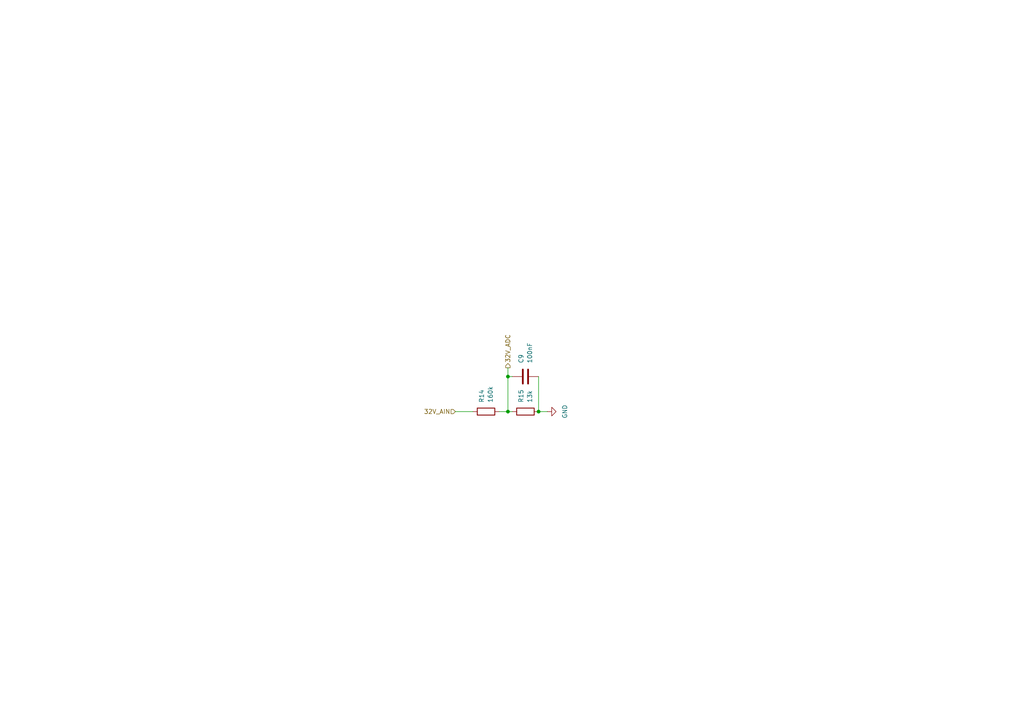
<source format=kicad_sch>
(kicad_sch
	(version 20250114)
	(generator "eeschema")
	(generator_version "9.0")
	(uuid "8061ec44-d203-4d1c-bffa-2cd26c925557")
	(paper "A4")
	(lib_symbols
		(symbol "Device:C"
			(pin_numbers
				(hide yes)
			)
			(pin_names
				(offset 0.254)
			)
			(exclude_from_sim no)
			(in_bom yes)
			(on_board yes)
			(property "Reference" "C"
				(at 0.635 2.54 0)
				(effects
					(font
						(size 1.27 1.27)
					)
					(justify left)
				)
			)
			(property "Value" "C"
				(at 0.635 -2.54 0)
				(effects
					(font
						(size 1.27 1.27)
					)
					(justify left)
				)
			)
			(property "Footprint" ""
				(at 0.9652 -3.81 0)
				(effects
					(font
						(size 1.27 1.27)
					)
					(hide yes)
				)
			)
			(property "Datasheet" "~"
				(at 0 0 0)
				(effects
					(font
						(size 1.27 1.27)
					)
					(hide yes)
				)
			)
			(property "Description" "Unpolarized capacitor"
				(at 0 0 0)
				(effects
					(font
						(size 1.27 1.27)
					)
					(hide yes)
				)
			)
			(property "ki_keywords" "cap capacitor"
				(at 0 0 0)
				(effects
					(font
						(size 1.27 1.27)
					)
					(hide yes)
				)
			)
			(property "ki_fp_filters" "C_*"
				(at 0 0 0)
				(effects
					(font
						(size 1.27 1.27)
					)
					(hide yes)
				)
			)
			(symbol "C_0_1"
				(polyline
					(pts
						(xy -2.032 0.762) (xy 2.032 0.762)
					)
					(stroke
						(width 0.508)
						(type default)
					)
					(fill
						(type none)
					)
				)
				(polyline
					(pts
						(xy -2.032 -0.762) (xy 2.032 -0.762)
					)
					(stroke
						(width 0.508)
						(type default)
					)
					(fill
						(type none)
					)
				)
			)
			(symbol "C_1_1"
				(pin passive line
					(at 0 3.81 270)
					(length 2.794)
					(name "~"
						(effects
							(font
								(size 1.27 1.27)
							)
						)
					)
					(number "1"
						(effects
							(font
								(size 1.27 1.27)
							)
						)
					)
				)
				(pin passive line
					(at 0 -3.81 90)
					(length 2.794)
					(name "~"
						(effects
							(font
								(size 1.27 1.27)
							)
						)
					)
					(number "2"
						(effects
							(font
								(size 1.27 1.27)
							)
						)
					)
				)
			)
			(embedded_fonts no)
		)
		(symbol "Device:R"
			(pin_numbers
				(hide yes)
			)
			(pin_names
				(offset 0)
			)
			(exclude_from_sim no)
			(in_bom yes)
			(on_board yes)
			(property "Reference" "R"
				(at 2.032 0 90)
				(effects
					(font
						(size 1.27 1.27)
					)
				)
			)
			(property "Value" "R"
				(at 0 0 90)
				(effects
					(font
						(size 1.27 1.27)
					)
				)
			)
			(property "Footprint" ""
				(at -1.778 0 90)
				(effects
					(font
						(size 1.27 1.27)
					)
					(hide yes)
				)
			)
			(property "Datasheet" "~"
				(at 0 0 0)
				(effects
					(font
						(size 1.27 1.27)
					)
					(hide yes)
				)
			)
			(property "Description" "Resistor"
				(at 0 0 0)
				(effects
					(font
						(size 1.27 1.27)
					)
					(hide yes)
				)
			)
			(property "ki_keywords" "R res resistor"
				(at 0 0 0)
				(effects
					(font
						(size 1.27 1.27)
					)
					(hide yes)
				)
			)
			(property "ki_fp_filters" "R_*"
				(at 0 0 0)
				(effects
					(font
						(size 1.27 1.27)
					)
					(hide yes)
				)
			)
			(symbol "R_0_1"
				(rectangle
					(start -1.016 -2.54)
					(end 1.016 2.54)
					(stroke
						(width 0.254)
						(type default)
					)
					(fill
						(type none)
					)
				)
			)
			(symbol "R_1_1"
				(pin passive line
					(at 0 3.81 270)
					(length 1.27)
					(name "~"
						(effects
							(font
								(size 1.27 1.27)
							)
						)
					)
					(number "1"
						(effects
							(font
								(size 1.27 1.27)
							)
						)
					)
				)
				(pin passive line
					(at 0 -3.81 90)
					(length 1.27)
					(name "~"
						(effects
							(font
								(size 1.27 1.27)
							)
						)
					)
					(number "2"
						(effects
							(font
								(size 1.27 1.27)
							)
						)
					)
				)
			)
			(embedded_fonts no)
		)
		(symbol "power:GND"
			(power)
			(pin_numbers
				(hide yes)
			)
			(pin_names
				(offset 0)
				(hide yes)
			)
			(exclude_from_sim no)
			(in_bom yes)
			(on_board yes)
			(property "Reference" "#PWR"
				(at 0 -6.35 0)
				(effects
					(font
						(size 1.27 1.27)
					)
					(hide yes)
				)
			)
			(property "Value" "GND"
				(at 0 -3.81 0)
				(effects
					(font
						(size 1.27 1.27)
					)
				)
			)
			(property "Footprint" ""
				(at 0 0 0)
				(effects
					(font
						(size 1.27 1.27)
					)
					(hide yes)
				)
			)
			(property "Datasheet" ""
				(at 0 0 0)
				(effects
					(font
						(size 1.27 1.27)
					)
					(hide yes)
				)
			)
			(property "Description" "Power symbol creates a global label with name \"GND\" , ground"
				(at 0 0 0)
				(effects
					(font
						(size 1.27 1.27)
					)
					(hide yes)
				)
			)
			(property "ki_keywords" "global power"
				(at 0 0 0)
				(effects
					(font
						(size 1.27 1.27)
					)
					(hide yes)
				)
			)
			(symbol "GND_0_1"
				(polyline
					(pts
						(xy 0 0) (xy 0 -1.27) (xy 1.27 -1.27) (xy 0 -2.54) (xy -1.27 -1.27) (xy 0 -1.27)
					)
					(stroke
						(width 0)
						(type default)
					)
					(fill
						(type none)
					)
				)
			)
			(symbol "GND_1_1"
				(pin power_in line
					(at 0 0 270)
					(length 0)
					(name "~"
						(effects
							(font
								(size 1.27 1.27)
							)
						)
					)
					(number "1"
						(effects
							(font
								(size 1.27 1.27)
							)
						)
					)
				)
			)
			(embedded_fonts no)
		)
	)
	(junction
		(at 147.32 119.38)
		(diameter 0)
		(color 0 0 0 0)
		(uuid "562ffa54-d449-416d-9879-e36e3f77dfa6")
	)
	(junction
		(at 156.21 119.38)
		(diameter 0)
		(color 0 0 0 0)
		(uuid "8c6dfa0c-511e-43a4-aa74-c2ad8aa814d2")
	)
	(junction
		(at 147.32 109.22)
		(diameter 0)
		(color 0 0 0 0)
		(uuid "fd3fa6ff-409d-44bc-a35c-cacd2adc46d6")
	)
	(wire
		(pts
			(xy 147.32 119.38) (xy 148.59 119.38)
		)
		(stroke
			(width 0)
			(type default)
		)
		(uuid "09dfcefb-a177-44e6-b2e0-ba9ca5194dce")
	)
	(wire
		(pts
			(xy 147.32 109.22) (xy 147.32 106.68)
		)
		(stroke
			(width 0)
			(type default)
		)
		(uuid "0c6a587d-647e-44c2-9778-689c7fa2dc7f")
	)
	(wire
		(pts
			(xy 156.21 119.38) (xy 158.75 119.38)
		)
		(stroke
			(width 0)
			(type default)
		)
		(uuid "30aa79f5-eef2-4580-8d1a-028b67113dfb")
	)
	(wire
		(pts
			(xy 144.78 119.38) (xy 147.32 119.38)
		)
		(stroke
			(width 0)
			(type default)
		)
		(uuid "36346d8f-607b-4a6d-bdc2-80dac512f159")
	)
	(wire
		(pts
			(xy 148.59 109.22) (xy 147.32 109.22)
		)
		(stroke
			(width 0)
			(type default)
		)
		(uuid "3fe5da52-f76b-4d84-9b1e-ad5653ab803e")
	)
	(wire
		(pts
			(xy 147.32 119.38) (xy 147.32 109.22)
		)
		(stroke
			(width 0)
			(type default)
		)
		(uuid "42d3a5d2-2851-410f-98d0-48e993429d96")
	)
	(wire
		(pts
			(xy 132.08 119.38) (xy 137.16 119.38)
		)
		(stroke
			(width 0)
			(type default)
		)
		(uuid "7ba816b8-904f-4aed-8686-2fdd256adc58")
	)
	(wire
		(pts
			(xy 156.21 119.38) (xy 156.21 109.22)
		)
		(stroke
			(width 0)
			(type default)
		)
		(uuid "ed366f48-a976-43e4-9442-2f197c9a32e6")
	)
	(hierarchical_label "32V_ADC"
		(shape output)
		(at 147.32 106.68 90)
		(effects
			(font
				(size 1.27 1.27)
			)
			(justify left)
		)
		(uuid "1f238f46-e54d-4d64-8f34-7283bebda459")
	)
	(hierarchical_label "32V_AIN"
		(shape input)
		(at 132.08 119.38 180)
		(effects
			(font
				(size 1.27 1.27)
			)
			(justify right)
		)
		(uuid "8498ce2b-84cf-447f-aa25-9bba7248daf0")
	)
	(symbol
		(lib_id "Device:R")
		(at 152.4 119.38 90)
		(unit 1)
		(exclude_from_sim no)
		(in_bom yes)
		(on_board yes)
		(dnp no)
		(fields_autoplaced yes)
		(uuid "50f9a81f-7aaf-4206-ab81-7a58f4bdd139")
		(property "Reference" "R15"
			(at 151.1299 116.84 0)
			(effects
				(font
					(size 1.27 1.27)
				)
				(justify left)
			)
		)
		(property "Value" "13k"
			(at 153.6699 116.84 0)
			(effects
				(font
					(size 1.27 1.27)
				)
				(justify left)
			)
		)
		(property "Footprint" ""
			(at 152.4 121.158 90)
			(effects
				(font
					(size 1.27 1.27)
				)
				(hide yes)
			)
		)
		(property "Datasheet" "~"
			(at 152.4 119.38 0)
			(effects
				(font
					(size 1.27 1.27)
				)
				(hide yes)
			)
		)
		(property "Description" "Resistor"
			(at 152.4 119.38 0)
			(effects
				(font
					(size 1.27 1.27)
				)
				(hide yes)
			)
		)
		(pin "1"
			(uuid "81e421c0-15bd-42be-bf84-ec836dd2943f")
		)
		(pin "2"
			(uuid "46012b1e-b9e0-4155-b870-61d4fa464ba4")
		)
		(instances
			(project "NIVARA"
				(path "/8290cc18-06d0-4e02-a781-29a61ebc321a/9e4d7a0c-a5eb-4e88-9036-0c35e68b279a/addf1e1e-f652-4279-8cba-01ccd2e4a395"
					(reference "R15")
					(unit 1)
				)
			)
		)
	)
	(symbol
		(lib_id "Device:C")
		(at 152.4 109.22 90)
		(unit 1)
		(exclude_from_sim no)
		(in_bom yes)
		(on_board yes)
		(dnp no)
		(fields_autoplaced yes)
		(uuid "c33bfa7b-4383-4d46-a754-7a3ff49e2ffe")
		(property "Reference" "C9"
			(at 151.1299 105.41 0)
			(effects
				(font
					(size 1.27 1.27)
				)
				(justify left)
			)
		)
		(property "Value" "100nF"
			(at 153.6699 105.41 0)
			(effects
				(font
					(size 1.27 1.27)
				)
				(justify left)
			)
		)
		(property "Footprint" ""
			(at 156.21 108.2548 0)
			(effects
				(font
					(size 1.27 1.27)
				)
				(hide yes)
			)
		)
		(property "Datasheet" "~"
			(at 152.4 109.22 0)
			(effects
				(font
					(size 1.27 1.27)
				)
				(hide yes)
			)
		)
		(property "Description" "Unpolarized capacitor"
			(at 152.4 109.22 0)
			(effects
				(font
					(size 1.27 1.27)
				)
				(hide yes)
			)
		)
		(pin "2"
			(uuid "77dd6296-d843-4e4b-919a-07527a448ab4")
		)
		(pin "1"
			(uuid "087abdd6-ed69-4ee7-88d8-0ac3e998d9a6")
		)
		(instances
			(project "NIVARA"
				(path "/8290cc18-06d0-4e02-a781-29a61ebc321a/9e4d7a0c-a5eb-4e88-9036-0c35e68b279a/addf1e1e-f652-4279-8cba-01ccd2e4a395"
					(reference "C9")
					(unit 1)
				)
			)
		)
	)
	(symbol
		(lib_id "power:GND")
		(at 158.75 119.38 90)
		(unit 1)
		(exclude_from_sim no)
		(in_bom yes)
		(on_board yes)
		(dnp no)
		(fields_autoplaced yes)
		(uuid "d1d3f744-feb9-4d5c-a72c-75aca6c04e01")
		(property "Reference" "#PWR038"
			(at 165.1 119.38 0)
			(effects
				(font
					(size 1.27 1.27)
				)
				(hide yes)
			)
		)
		(property "Value" "GND"
			(at 163.83 119.38 0)
			(effects
				(font
					(size 1.27 1.27)
				)
			)
		)
		(property "Footprint" ""
			(at 158.75 119.38 0)
			(effects
				(font
					(size 1.27 1.27)
				)
				(hide yes)
			)
		)
		(property "Datasheet" ""
			(at 158.75 119.38 0)
			(effects
				(font
					(size 1.27 1.27)
				)
				(hide yes)
			)
		)
		(property "Description" "Power symbol creates a global label with name \"GND\" , ground"
			(at 158.75 119.38 0)
			(effects
				(font
					(size 1.27 1.27)
				)
				(hide yes)
			)
		)
		(pin "1"
			(uuid "1c8b088f-f467-49a7-ae8f-332d6f095026")
		)
		(instances
			(project "NIVARA"
				(path "/8290cc18-06d0-4e02-a781-29a61ebc321a/9e4d7a0c-a5eb-4e88-9036-0c35e68b279a/addf1e1e-f652-4279-8cba-01ccd2e4a395"
					(reference "#PWR038")
					(unit 1)
				)
			)
		)
	)
	(symbol
		(lib_id "Device:R")
		(at 140.97 119.38 90)
		(unit 1)
		(exclude_from_sim no)
		(in_bom yes)
		(on_board yes)
		(dnp no)
		(fields_autoplaced yes)
		(uuid "edd213ec-2e81-47e1-9190-a54ad7c2850d")
		(property "Reference" "R14"
			(at 139.6999 116.84 0)
			(effects
				(font
					(size 1.27 1.27)
				)
				(justify left)
			)
		)
		(property "Value" "160k"
			(at 142.2399 116.84 0)
			(effects
				(font
					(size 1.27 1.27)
				)
				(justify left)
			)
		)
		(property "Footprint" ""
			(at 140.97 121.158 90)
			(effects
				(font
					(size 1.27 1.27)
				)
				(hide yes)
			)
		)
		(property "Datasheet" "~"
			(at 140.97 119.38 0)
			(effects
				(font
					(size 1.27 1.27)
				)
				(hide yes)
			)
		)
		(property "Description" "Resistor"
			(at 140.97 119.38 0)
			(effects
				(font
					(size 1.27 1.27)
				)
				(hide yes)
			)
		)
		(pin "1"
			(uuid "8650b03b-87c3-4af6-ab6f-8f8b53a47bd4")
		)
		(pin "2"
			(uuid "c5c60dba-cf8c-4263-98ef-8d628c9eaf5b")
		)
		(instances
			(project "NIVARA"
				(path "/8290cc18-06d0-4e02-a781-29a61ebc321a/9e4d7a0c-a5eb-4e88-9036-0c35e68b279a/addf1e1e-f652-4279-8cba-01ccd2e4a395"
					(reference "R14")
					(unit 1)
				)
			)
		)
	)
)

</source>
